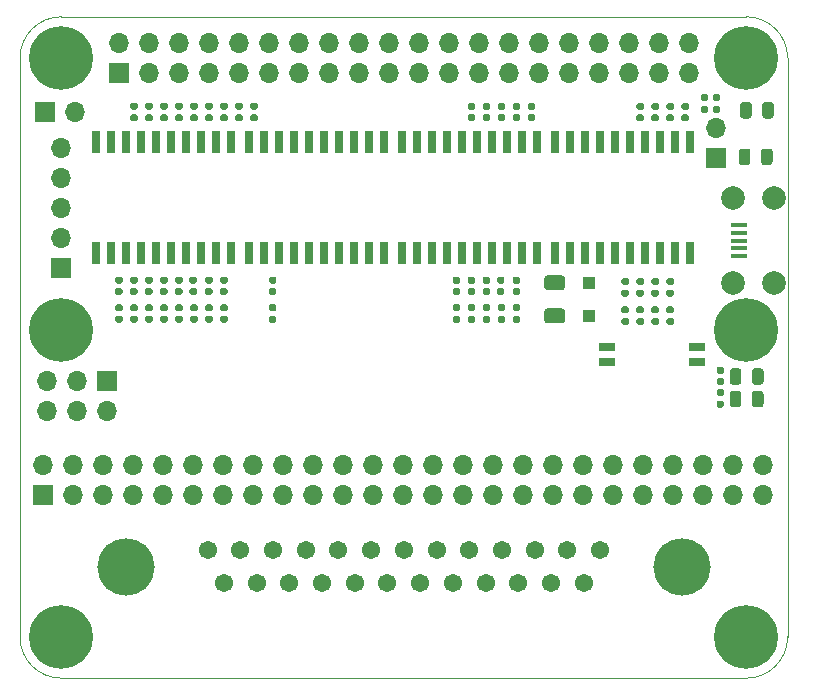
<source format=gbr>
%TF.GenerationSoftware,KiCad,Pcbnew,(5.1.7-0-10_14)*%
%TF.CreationDate,2021-03-07T20:48:25-06:00*%
%TF.ProjectId,rascsi_2p3a,72617363-7369-45f3-9270-33612e6b6963,rev?*%
%TF.SameCoordinates,PX59d60c0PY325aa00*%
%TF.FileFunction,Soldermask,Top*%
%TF.FilePolarity,Negative*%
%FSLAX46Y46*%
G04 Gerber Fmt 4.6, Leading zero omitted, Abs format (unit mm)*
G04 Created by KiCad (PCBNEW (5.1.7-0-10_14)) date 2021-03-07 20:48:25*
%MOMM*%
%LPD*%
G01*
G04 APERTURE LIST*
%TA.AperFunction,Profile*%
%ADD10C,0.050000*%
%TD*%
%ADD11R,0.650000X1.950000*%
%ADD12C,2.000000*%
%ADD13R,1.400000X0.400000*%
%ADD14C,4.845000*%
%ADD15C,1.545000*%
%ADD16R,1.100000X1.100000*%
%ADD17O,1.700000X1.700000*%
%ADD18R,1.700000X1.700000*%
%ADD19C,0.800000*%
%ADD20C,5.400000*%
%ADD21R,1.425000X0.750000*%
G04 APERTURE END LIST*
D10*
X83800000Y-45696000D02*
X141800000Y-45696000D01*
X83800000Y-45696000D02*
G75*
G02*
X80300000Y-42196000I0J3500000D01*
G01*
X145300000Y-42196000D02*
G75*
G02*
X141800000Y-45696000I-3500000J0D01*
G01*
X80300000Y6800000D02*
X80300000Y-42196000D01*
X145300000Y6800000D02*
X145300000Y-42196000D01*
X83800000Y10300000D02*
X141800000Y10300000D01*
X80300000Y6800000D02*
G75*
G02*
X83800000Y10300000I3500000J0D01*
G01*
X141800000Y10300000D02*
G75*
G02*
X145300000Y6800000I0J-3500000D01*
G01*
D11*
%TO.C,IC3*%
X124113000Y-9710000D03*
X122843000Y-9710000D03*
X121573000Y-9710000D03*
X120303000Y-9710000D03*
X119033000Y-9710000D03*
X117763000Y-9710000D03*
X116493000Y-9710000D03*
X115223000Y-9710000D03*
X113953000Y-9710000D03*
X112683000Y-9710000D03*
X112683000Y-260000D03*
X113953000Y-260000D03*
X115223000Y-260000D03*
X116493000Y-260000D03*
X117763000Y-260000D03*
X119033000Y-260000D03*
X120303000Y-260000D03*
X121573000Y-260000D03*
X122843000Y-260000D03*
X124113000Y-260000D03*
%TD*%
D12*
%TO.C,J8*%
X140705000Y-12235000D03*
X140705000Y-5085000D03*
X144155000Y-5085000D03*
X144155000Y-12235000D03*
D13*
X141205000Y-7360000D03*
X141205000Y-8010000D03*
X141205000Y-8660000D03*
X141205000Y-9310000D03*
X141205000Y-9960000D03*
%TD*%
D14*
%TO.C,J6*%
X89281600Y-36250000D03*
X136321600Y-36250000D03*
D15*
X97566600Y-37670000D03*
X100336600Y-37670000D03*
X103106600Y-37670000D03*
X105876600Y-37670000D03*
X108646600Y-37670000D03*
X111416600Y-37670000D03*
X114186600Y-37670000D03*
X116956600Y-37670000D03*
X119726600Y-37670000D03*
X122496600Y-37670000D03*
X125266600Y-37670000D03*
X128036600Y-37670000D03*
X96181600Y-34830000D03*
X98951600Y-34830000D03*
X101721600Y-34830000D03*
X104491600Y-34830000D03*
X107261600Y-34830000D03*
X110031600Y-34830000D03*
X112801600Y-34830000D03*
X115571600Y-34830000D03*
X118341600Y-34830000D03*
X121111600Y-34830000D03*
X123881600Y-34830000D03*
X126651600Y-34830000D03*
X129421600Y-34830000D03*
%TD*%
D11*
%TO.C,IC4*%
X137067000Y-9710000D03*
X135797000Y-9710000D03*
X134527000Y-9710000D03*
X133257000Y-9710000D03*
X131987000Y-9710000D03*
X130717000Y-9710000D03*
X129447000Y-9710000D03*
X128177000Y-9710000D03*
X126907000Y-9710000D03*
X125637000Y-9710000D03*
X125637000Y-260000D03*
X126907000Y-260000D03*
X128177000Y-260000D03*
X129447000Y-260000D03*
X130717000Y-260000D03*
X131987000Y-260000D03*
X133257000Y-260000D03*
X134527000Y-260000D03*
X135797000Y-260000D03*
X137067000Y-260000D03*
%TD*%
%TO.C,IC2*%
X86775000Y-260000D03*
X88045000Y-260000D03*
X89315000Y-260000D03*
X90585000Y-260000D03*
X91855000Y-260000D03*
X93125000Y-260000D03*
X94395000Y-260000D03*
X95665000Y-260000D03*
X96935000Y-260000D03*
X98205000Y-260000D03*
X98205000Y-9710000D03*
X96935000Y-9710000D03*
X95665000Y-9710000D03*
X94395000Y-9710000D03*
X93125000Y-9710000D03*
X91855000Y-9710000D03*
X90585000Y-9710000D03*
X89315000Y-9710000D03*
X88045000Y-9710000D03*
X86775000Y-9710000D03*
%TD*%
%TO.C,IC1*%
X99729000Y-260000D03*
X100999000Y-260000D03*
X102269000Y-260000D03*
X103539000Y-260000D03*
X104809000Y-260000D03*
X106079000Y-260000D03*
X107349000Y-260000D03*
X108619000Y-260000D03*
X109889000Y-260000D03*
X111159000Y-260000D03*
X111159000Y-9710000D03*
X109889000Y-9710000D03*
X108619000Y-9710000D03*
X107349000Y-9710000D03*
X106079000Y-9710000D03*
X104809000Y-9710000D03*
X103539000Y-9710000D03*
X102269000Y-9710000D03*
X100999000Y-9710000D03*
X99729000Y-9710000D03*
%TD*%
D16*
%TO.C,D5*%
X128494500Y-15020000D03*
X128494500Y-12220000D03*
%TD*%
D17*
%TO.C,J2*%
X139226000Y857000D03*
D18*
X139226000Y-1683000D03*
%TD*%
D17*
%TO.C,J7*%
X84920000Y2280000D03*
D18*
X82380000Y2280000D03*
%TD*%
D17*
%TO.C,J5*%
X82560000Y-23110000D03*
X82560000Y-20570000D03*
X85100000Y-23110000D03*
X85100000Y-20570000D03*
X87640000Y-23110000D03*
D18*
X87640000Y-20570000D03*
%TD*%
%TO.C,R4*%
G36*
G01*
X139434500Y-20288000D02*
X139779500Y-20288000D01*
G75*
G02*
X139927000Y-20435500I0J-147500D01*
G01*
X139927000Y-20730500D01*
G75*
G02*
X139779500Y-20878000I-147500J0D01*
G01*
X139434500Y-20878000D01*
G75*
G02*
X139287000Y-20730500I0J147500D01*
G01*
X139287000Y-20435500D01*
G75*
G02*
X139434500Y-20288000I147500J0D01*
G01*
G37*
G36*
G01*
X139434500Y-19318000D02*
X139779500Y-19318000D01*
G75*
G02*
X139927000Y-19465500I0J-147500D01*
G01*
X139927000Y-19760500D01*
G75*
G02*
X139779500Y-19908000I-147500J0D01*
G01*
X139434500Y-19908000D01*
G75*
G02*
X139287000Y-19760500I0J147500D01*
G01*
X139287000Y-19465500D01*
G75*
G02*
X139434500Y-19318000I147500J0D01*
G01*
G37*
%TD*%
%TO.C,R2*%
G36*
G01*
X138948500Y3288000D02*
X138948500Y3633000D01*
G75*
G02*
X139096000Y3780500I147500J0D01*
G01*
X139391000Y3780500D01*
G75*
G02*
X139538500Y3633000I0J-147500D01*
G01*
X139538500Y3288000D01*
G75*
G02*
X139391000Y3140500I-147500J0D01*
G01*
X139096000Y3140500D01*
G75*
G02*
X138948500Y3288000I0J147500D01*
G01*
G37*
G36*
G01*
X137978500Y3288000D02*
X137978500Y3633000D01*
G75*
G02*
X138126000Y3780500I147500J0D01*
G01*
X138421000Y3780500D01*
G75*
G02*
X138568500Y3633000I0J-147500D01*
G01*
X138568500Y3288000D01*
G75*
G02*
X138421000Y3140500I-147500J0D01*
G01*
X138126000Y3140500D01*
G75*
G02*
X137978500Y3288000I0J147500D01*
G01*
G37*
%TD*%
%TO.C,R1*%
G36*
G01*
X138948500Y2272000D02*
X138948500Y2617000D01*
G75*
G02*
X139096000Y2764500I147500J0D01*
G01*
X139391000Y2764500D01*
G75*
G02*
X139538500Y2617000I0J-147500D01*
G01*
X139538500Y2272000D01*
G75*
G02*
X139391000Y2124500I-147500J0D01*
G01*
X139096000Y2124500D01*
G75*
G02*
X138948500Y2272000I0J147500D01*
G01*
G37*
G36*
G01*
X137978500Y2272000D02*
X137978500Y2617000D01*
G75*
G02*
X138126000Y2764500I147500J0D01*
G01*
X138421000Y2764500D01*
G75*
G02*
X138568500Y2617000I0J-147500D01*
G01*
X138568500Y2272000D01*
G75*
G02*
X138421000Y2124500I-147500J0D01*
G01*
X138126000Y2124500D01*
G75*
G02*
X137978500Y2272000I0J147500D01*
G01*
G37*
%TD*%
D17*
%TO.C,J3*%
X143226500Y-27654500D03*
X143226500Y-30194500D03*
X140686500Y-27654500D03*
X140686500Y-30194500D03*
X138146500Y-27654500D03*
X138146500Y-30194500D03*
X135606500Y-27654500D03*
X135606500Y-30194500D03*
X133066500Y-27654500D03*
X133066500Y-30194500D03*
X130526500Y-27654500D03*
X130526500Y-30194500D03*
X127986500Y-27654500D03*
X127986500Y-30194500D03*
X125446500Y-27654500D03*
X125446500Y-30194500D03*
X122906500Y-27654500D03*
X122906500Y-30194500D03*
X120366500Y-27654500D03*
X120366500Y-30194500D03*
X117826500Y-27654500D03*
X117826500Y-30194500D03*
X115286500Y-27654500D03*
X115286500Y-30194500D03*
X112746500Y-27654500D03*
X112746500Y-30194500D03*
X110206500Y-27654500D03*
X110206500Y-30194500D03*
X107666500Y-27654500D03*
X107666500Y-30194500D03*
X105126500Y-27654500D03*
X105126500Y-30194500D03*
X102586500Y-27654500D03*
X102586500Y-30194500D03*
X100046500Y-27654500D03*
X100046500Y-30194500D03*
X97506500Y-27654500D03*
X97506500Y-30194500D03*
X94966500Y-27654500D03*
X94966500Y-30194500D03*
X92426500Y-27654500D03*
X92426500Y-30194500D03*
X89886500Y-27654500D03*
X89886500Y-30194500D03*
X87346500Y-27654500D03*
X87346500Y-30194500D03*
X84806500Y-27654500D03*
X84806500Y-30194500D03*
X82266500Y-27654500D03*
D18*
X82266500Y-30194500D03*
%TD*%
%TO.C,R58*%
G36*
G01*
X101870000Y-14637500D02*
X101525000Y-14637500D01*
G75*
G02*
X101377500Y-14490000I0J147500D01*
G01*
X101377500Y-14195000D01*
G75*
G02*
X101525000Y-14047500I147500J0D01*
G01*
X101870000Y-14047500D01*
G75*
G02*
X102017500Y-14195000I0J-147500D01*
G01*
X102017500Y-14490000D01*
G75*
G02*
X101870000Y-14637500I-147500J0D01*
G01*
G37*
G36*
G01*
X101870000Y-15607500D02*
X101525000Y-15607500D01*
G75*
G02*
X101377500Y-15460000I0J147500D01*
G01*
X101377500Y-15165000D01*
G75*
G02*
X101525000Y-15017500I147500J0D01*
G01*
X101870000Y-15017500D01*
G75*
G02*
X102017500Y-15165000I0J-147500D01*
G01*
X102017500Y-15460000D01*
G75*
G02*
X101870000Y-15607500I-147500J0D01*
G01*
G37*
%TD*%
%TO.C,R57*%
G36*
G01*
X97742500Y-14637500D02*
X97397500Y-14637500D01*
G75*
G02*
X97250000Y-14490000I0J147500D01*
G01*
X97250000Y-14195000D01*
G75*
G02*
X97397500Y-14047500I147500J0D01*
G01*
X97742500Y-14047500D01*
G75*
G02*
X97890000Y-14195000I0J-147500D01*
G01*
X97890000Y-14490000D01*
G75*
G02*
X97742500Y-14637500I-147500J0D01*
G01*
G37*
G36*
G01*
X97742500Y-15607500D02*
X97397500Y-15607500D01*
G75*
G02*
X97250000Y-15460000I0J147500D01*
G01*
X97250000Y-15165000D01*
G75*
G02*
X97397500Y-15017500I147500J0D01*
G01*
X97742500Y-15017500D01*
G75*
G02*
X97890000Y-15165000I0J-147500D01*
G01*
X97890000Y-15460000D01*
G75*
G02*
X97742500Y-15607500I-147500J0D01*
G01*
G37*
%TD*%
%TO.C,R56*%
G36*
G01*
X96472500Y-14637500D02*
X96127500Y-14637500D01*
G75*
G02*
X95980000Y-14490000I0J147500D01*
G01*
X95980000Y-14195000D01*
G75*
G02*
X96127500Y-14047500I147500J0D01*
G01*
X96472500Y-14047500D01*
G75*
G02*
X96620000Y-14195000I0J-147500D01*
G01*
X96620000Y-14490000D01*
G75*
G02*
X96472500Y-14637500I-147500J0D01*
G01*
G37*
G36*
G01*
X96472500Y-15607500D02*
X96127500Y-15607500D01*
G75*
G02*
X95980000Y-15460000I0J147500D01*
G01*
X95980000Y-15165000D01*
G75*
G02*
X96127500Y-15017500I147500J0D01*
G01*
X96472500Y-15017500D01*
G75*
G02*
X96620000Y-15165000I0J-147500D01*
G01*
X96620000Y-15460000D01*
G75*
G02*
X96472500Y-15607500I-147500J0D01*
G01*
G37*
%TD*%
%TO.C,R55*%
G36*
G01*
X95202500Y-14637500D02*
X94857500Y-14637500D01*
G75*
G02*
X94710000Y-14490000I0J147500D01*
G01*
X94710000Y-14195000D01*
G75*
G02*
X94857500Y-14047500I147500J0D01*
G01*
X95202500Y-14047500D01*
G75*
G02*
X95350000Y-14195000I0J-147500D01*
G01*
X95350000Y-14490000D01*
G75*
G02*
X95202500Y-14637500I-147500J0D01*
G01*
G37*
G36*
G01*
X95202500Y-15607500D02*
X94857500Y-15607500D01*
G75*
G02*
X94710000Y-15460000I0J147500D01*
G01*
X94710000Y-15165000D01*
G75*
G02*
X94857500Y-15017500I147500J0D01*
G01*
X95202500Y-15017500D01*
G75*
G02*
X95350000Y-15165000I0J-147500D01*
G01*
X95350000Y-15460000D01*
G75*
G02*
X95202500Y-15607500I-147500J0D01*
G01*
G37*
%TD*%
%TO.C,R54*%
G36*
G01*
X93932500Y-14637500D02*
X93587500Y-14637500D01*
G75*
G02*
X93440000Y-14490000I0J147500D01*
G01*
X93440000Y-14195000D01*
G75*
G02*
X93587500Y-14047500I147500J0D01*
G01*
X93932500Y-14047500D01*
G75*
G02*
X94080000Y-14195000I0J-147500D01*
G01*
X94080000Y-14490000D01*
G75*
G02*
X93932500Y-14637500I-147500J0D01*
G01*
G37*
G36*
G01*
X93932500Y-15607500D02*
X93587500Y-15607500D01*
G75*
G02*
X93440000Y-15460000I0J147500D01*
G01*
X93440000Y-15165000D01*
G75*
G02*
X93587500Y-15017500I147500J0D01*
G01*
X93932500Y-15017500D01*
G75*
G02*
X94080000Y-15165000I0J-147500D01*
G01*
X94080000Y-15460000D01*
G75*
G02*
X93932500Y-15607500I-147500J0D01*
G01*
G37*
%TD*%
%TO.C,R53*%
G36*
G01*
X92662500Y-14637500D02*
X92317500Y-14637500D01*
G75*
G02*
X92170000Y-14490000I0J147500D01*
G01*
X92170000Y-14195000D01*
G75*
G02*
X92317500Y-14047500I147500J0D01*
G01*
X92662500Y-14047500D01*
G75*
G02*
X92810000Y-14195000I0J-147500D01*
G01*
X92810000Y-14490000D01*
G75*
G02*
X92662500Y-14637500I-147500J0D01*
G01*
G37*
G36*
G01*
X92662500Y-15607500D02*
X92317500Y-15607500D01*
G75*
G02*
X92170000Y-15460000I0J147500D01*
G01*
X92170000Y-15165000D01*
G75*
G02*
X92317500Y-15017500I147500J0D01*
G01*
X92662500Y-15017500D01*
G75*
G02*
X92810000Y-15165000I0J-147500D01*
G01*
X92810000Y-15460000D01*
G75*
G02*
X92662500Y-15607500I-147500J0D01*
G01*
G37*
%TD*%
%TO.C,R52*%
G36*
G01*
X91392500Y-14637500D02*
X91047500Y-14637500D01*
G75*
G02*
X90900000Y-14490000I0J147500D01*
G01*
X90900000Y-14195000D01*
G75*
G02*
X91047500Y-14047500I147500J0D01*
G01*
X91392500Y-14047500D01*
G75*
G02*
X91540000Y-14195000I0J-147500D01*
G01*
X91540000Y-14490000D01*
G75*
G02*
X91392500Y-14637500I-147500J0D01*
G01*
G37*
G36*
G01*
X91392500Y-15607500D02*
X91047500Y-15607500D01*
G75*
G02*
X90900000Y-15460000I0J147500D01*
G01*
X90900000Y-15165000D01*
G75*
G02*
X91047500Y-15017500I147500J0D01*
G01*
X91392500Y-15017500D01*
G75*
G02*
X91540000Y-15165000I0J-147500D01*
G01*
X91540000Y-15460000D01*
G75*
G02*
X91392500Y-15607500I-147500J0D01*
G01*
G37*
%TD*%
%TO.C,R51*%
G36*
G01*
X90122500Y-14637500D02*
X89777500Y-14637500D01*
G75*
G02*
X89630000Y-14490000I0J147500D01*
G01*
X89630000Y-14195000D01*
G75*
G02*
X89777500Y-14047500I147500J0D01*
G01*
X90122500Y-14047500D01*
G75*
G02*
X90270000Y-14195000I0J-147500D01*
G01*
X90270000Y-14490000D01*
G75*
G02*
X90122500Y-14637500I-147500J0D01*
G01*
G37*
G36*
G01*
X90122500Y-15607500D02*
X89777500Y-15607500D01*
G75*
G02*
X89630000Y-15460000I0J147500D01*
G01*
X89630000Y-15165000D01*
G75*
G02*
X89777500Y-15017500I147500J0D01*
G01*
X90122500Y-15017500D01*
G75*
G02*
X90270000Y-15165000I0J-147500D01*
G01*
X90270000Y-15460000D01*
G75*
G02*
X90122500Y-15607500I-147500J0D01*
G01*
G37*
%TD*%
%TO.C,R50*%
G36*
G01*
X88852500Y-14637500D02*
X88507500Y-14637500D01*
G75*
G02*
X88360000Y-14490000I0J147500D01*
G01*
X88360000Y-14195000D01*
G75*
G02*
X88507500Y-14047500I147500J0D01*
G01*
X88852500Y-14047500D01*
G75*
G02*
X89000000Y-14195000I0J-147500D01*
G01*
X89000000Y-14490000D01*
G75*
G02*
X88852500Y-14637500I-147500J0D01*
G01*
G37*
G36*
G01*
X88852500Y-15607500D02*
X88507500Y-15607500D01*
G75*
G02*
X88360000Y-15460000I0J147500D01*
G01*
X88360000Y-15165000D01*
G75*
G02*
X88507500Y-15017500I147500J0D01*
G01*
X88852500Y-15017500D01*
G75*
G02*
X89000000Y-15165000I0J-147500D01*
G01*
X89000000Y-15460000D01*
G75*
G02*
X88852500Y-15607500I-147500J0D01*
G01*
G37*
%TD*%
%TO.C,R49*%
G36*
G01*
X122507500Y-14637500D02*
X122162500Y-14637500D01*
G75*
G02*
X122015000Y-14490000I0J147500D01*
G01*
X122015000Y-14195000D01*
G75*
G02*
X122162500Y-14047500I147500J0D01*
G01*
X122507500Y-14047500D01*
G75*
G02*
X122655000Y-14195000I0J-147500D01*
G01*
X122655000Y-14490000D01*
G75*
G02*
X122507500Y-14637500I-147500J0D01*
G01*
G37*
G36*
G01*
X122507500Y-15607500D02*
X122162500Y-15607500D01*
G75*
G02*
X122015000Y-15460000I0J147500D01*
G01*
X122015000Y-15165000D01*
G75*
G02*
X122162500Y-15017500I147500J0D01*
G01*
X122507500Y-15017500D01*
G75*
G02*
X122655000Y-15165000I0J-147500D01*
G01*
X122655000Y-15460000D01*
G75*
G02*
X122507500Y-15607500I-147500J0D01*
G01*
G37*
%TD*%
%TO.C,R48*%
G36*
G01*
X121237500Y-14637500D02*
X120892500Y-14637500D01*
G75*
G02*
X120745000Y-14490000I0J147500D01*
G01*
X120745000Y-14195000D01*
G75*
G02*
X120892500Y-14047500I147500J0D01*
G01*
X121237500Y-14047500D01*
G75*
G02*
X121385000Y-14195000I0J-147500D01*
G01*
X121385000Y-14490000D01*
G75*
G02*
X121237500Y-14637500I-147500J0D01*
G01*
G37*
G36*
G01*
X121237500Y-15607500D02*
X120892500Y-15607500D01*
G75*
G02*
X120745000Y-15460000I0J147500D01*
G01*
X120745000Y-15165000D01*
G75*
G02*
X120892500Y-15017500I147500J0D01*
G01*
X121237500Y-15017500D01*
G75*
G02*
X121385000Y-15165000I0J-147500D01*
G01*
X121385000Y-15460000D01*
G75*
G02*
X121237500Y-15607500I-147500J0D01*
G01*
G37*
%TD*%
%TO.C,R47*%
G36*
G01*
X119967500Y-14637500D02*
X119622500Y-14637500D01*
G75*
G02*
X119475000Y-14490000I0J147500D01*
G01*
X119475000Y-14195000D01*
G75*
G02*
X119622500Y-14047500I147500J0D01*
G01*
X119967500Y-14047500D01*
G75*
G02*
X120115000Y-14195000I0J-147500D01*
G01*
X120115000Y-14490000D01*
G75*
G02*
X119967500Y-14637500I-147500J0D01*
G01*
G37*
G36*
G01*
X119967500Y-15607500D02*
X119622500Y-15607500D01*
G75*
G02*
X119475000Y-15460000I0J147500D01*
G01*
X119475000Y-15165000D01*
G75*
G02*
X119622500Y-15017500I147500J0D01*
G01*
X119967500Y-15017500D01*
G75*
G02*
X120115000Y-15165000I0J-147500D01*
G01*
X120115000Y-15460000D01*
G75*
G02*
X119967500Y-15607500I-147500J0D01*
G01*
G37*
%TD*%
%TO.C,R46*%
G36*
G01*
X118697500Y-14637500D02*
X118352500Y-14637500D01*
G75*
G02*
X118205000Y-14490000I0J147500D01*
G01*
X118205000Y-14195000D01*
G75*
G02*
X118352500Y-14047500I147500J0D01*
G01*
X118697500Y-14047500D01*
G75*
G02*
X118845000Y-14195000I0J-147500D01*
G01*
X118845000Y-14490000D01*
G75*
G02*
X118697500Y-14637500I-147500J0D01*
G01*
G37*
G36*
G01*
X118697500Y-15607500D02*
X118352500Y-15607500D01*
G75*
G02*
X118205000Y-15460000I0J147500D01*
G01*
X118205000Y-15165000D01*
G75*
G02*
X118352500Y-15017500I147500J0D01*
G01*
X118697500Y-15017500D01*
G75*
G02*
X118845000Y-15165000I0J-147500D01*
G01*
X118845000Y-15460000D01*
G75*
G02*
X118697500Y-15607500I-147500J0D01*
G01*
G37*
%TD*%
%TO.C,R45*%
G36*
G01*
X117427500Y-14637500D02*
X117082500Y-14637500D01*
G75*
G02*
X116935000Y-14490000I0J147500D01*
G01*
X116935000Y-14195000D01*
G75*
G02*
X117082500Y-14047500I147500J0D01*
G01*
X117427500Y-14047500D01*
G75*
G02*
X117575000Y-14195000I0J-147500D01*
G01*
X117575000Y-14490000D01*
G75*
G02*
X117427500Y-14637500I-147500J0D01*
G01*
G37*
G36*
G01*
X117427500Y-15607500D02*
X117082500Y-15607500D01*
G75*
G02*
X116935000Y-15460000I0J147500D01*
G01*
X116935000Y-15165000D01*
G75*
G02*
X117082500Y-15017500I147500J0D01*
G01*
X117427500Y-15017500D01*
G75*
G02*
X117575000Y-15165000I0J-147500D01*
G01*
X117575000Y-15460000D01*
G75*
G02*
X117427500Y-15607500I-147500J0D01*
G01*
G37*
%TD*%
%TO.C,R44*%
G36*
G01*
X135525000Y-14812501D02*
X135180000Y-14812501D01*
G75*
G02*
X135032500Y-14665001I0J147500D01*
G01*
X135032500Y-14370001D01*
G75*
G02*
X135180000Y-14222501I147500J0D01*
G01*
X135525000Y-14222501D01*
G75*
G02*
X135672500Y-14370001I0J-147500D01*
G01*
X135672500Y-14665001D01*
G75*
G02*
X135525000Y-14812501I-147500J0D01*
G01*
G37*
G36*
G01*
X135525000Y-15782501D02*
X135180000Y-15782501D01*
G75*
G02*
X135032500Y-15635001I0J147500D01*
G01*
X135032500Y-15340001D01*
G75*
G02*
X135180000Y-15192501I147500J0D01*
G01*
X135525000Y-15192501D01*
G75*
G02*
X135672500Y-15340001I0J-147500D01*
G01*
X135672500Y-15635001D01*
G75*
G02*
X135525000Y-15782501I-147500J0D01*
G01*
G37*
%TD*%
%TO.C,R43*%
G36*
G01*
X134255000Y-14812501D02*
X133910000Y-14812501D01*
G75*
G02*
X133762500Y-14665001I0J147500D01*
G01*
X133762500Y-14370001D01*
G75*
G02*
X133910000Y-14222501I147500J0D01*
G01*
X134255000Y-14222501D01*
G75*
G02*
X134402500Y-14370001I0J-147500D01*
G01*
X134402500Y-14665001D01*
G75*
G02*
X134255000Y-14812501I-147500J0D01*
G01*
G37*
G36*
G01*
X134255000Y-15782501D02*
X133910000Y-15782501D01*
G75*
G02*
X133762500Y-15635001I0J147500D01*
G01*
X133762500Y-15340001D01*
G75*
G02*
X133910000Y-15192501I147500J0D01*
G01*
X134255000Y-15192501D01*
G75*
G02*
X134402500Y-15340001I0J-147500D01*
G01*
X134402500Y-15635001D01*
G75*
G02*
X134255000Y-15782501I-147500J0D01*
G01*
G37*
%TD*%
%TO.C,R42*%
G36*
G01*
X132985000Y-14812501D02*
X132640000Y-14812501D01*
G75*
G02*
X132492500Y-14665001I0J147500D01*
G01*
X132492500Y-14370001D01*
G75*
G02*
X132640000Y-14222501I147500J0D01*
G01*
X132985000Y-14222501D01*
G75*
G02*
X133132500Y-14370001I0J-147500D01*
G01*
X133132500Y-14665001D01*
G75*
G02*
X132985000Y-14812501I-147500J0D01*
G01*
G37*
G36*
G01*
X132985000Y-15782501D02*
X132640000Y-15782501D01*
G75*
G02*
X132492500Y-15635001I0J147500D01*
G01*
X132492500Y-15340001D01*
G75*
G02*
X132640000Y-15192501I147500J0D01*
G01*
X132985000Y-15192501D01*
G75*
G02*
X133132500Y-15340001I0J-147500D01*
G01*
X133132500Y-15635001D01*
G75*
G02*
X132985000Y-15782501I-147500J0D01*
G01*
G37*
%TD*%
%TO.C,R41*%
G36*
G01*
X131715000Y-14812501D02*
X131370000Y-14812501D01*
G75*
G02*
X131222500Y-14665001I0J147500D01*
G01*
X131222500Y-14370001D01*
G75*
G02*
X131370000Y-14222501I147500J0D01*
G01*
X131715000Y-14222501D01*
G75*
G02*
X131862500Y-14370001I0J-147500D01*
G01*
X131862500Y-14665001D01*
G75*
G02*
X131715000Y-14812501I-147500J0D01*
G01*
G37*
G36*
G01*
X131715000Y-15782501D02*
X131370000Y-15782501D01*
G75*
G02*
X131222500Y-15635001I0J147500D01*
G01*
X131222500Y-15340001D01*
G75*
G02*
X131370000Y-15192501I147500J0D01*
G01*
X131715000Y-15192501D01*
G75*
G02*
X131862500Y-15340001I0J-147500D01*
G01*
X131862500Y-15635001D01*
G75*
G02*
X131715000Y-15782501I-147500J0D01*
G01*
G37*
%TD*%
%TO.C,R40*%
G36*
G01*
X101525000Y-12668000D02*
X101870000Y-12668000D01*
G75*
G02*
X102017500Y-12815500I0J-147500D01*
G01*
X102017500Y-13110500D01*
G75*
G02*
X101870000Y-13258000I-147500J0D01*
G01*
X101525000Y-13258000D01*
G75*
G02*
X101377500Y-13110500I0J147500D01*
G01*
X101377500Y-12815500D01*
G75*
G02*
X101525000Y-12668000I147500J0D01*
G01*
G37*
G36*
G01*
X101525000Y-11698000D02*
X101870000Y-11698000D01*
G75*
G02*
X102017500Y-11845500I0J-147500D01*
G01*
X102017500Y-12140500D01*
G75*
G02*
X101870000Y-12288000I-147500J0D01*
G01*
X101525000Y-12288000D01*
G75*
G02*
X101377500Y-12140500I0J147500D01*
G01*
X101377500Y-11845500D01*
G75*
G02*
X101525000Y-11698000I147500J0D01*
G01*
G37*
%TD*%
%TO.C,R39*%
G36*
G01*
X97397500Y-12668000D02*
X97742500Y-12668000D01*
G75*
G02*
X97890000Y-12815500I0J-147500D01*
G01*
X97890000Y-13110500D01*
G75*
G02*
X97742500Y-13258000I-147500J0D01*
G01*
X97397500Y-13258000D01*
G75*
G02*
X97250000Y-13110500I0J147500D01*
G01*
X97250000Y-12815500D01*
G75*
G02*
X97397500Y-12668000I147500J0D01*
G01*
G37*
G36*
G01*
X97397500Y-11698000D02*
X97742500Y-11698000D01*
G75*
G02*
X97890000Y-11845500I0J-147500D01*
G01*
X97890000Y-12140500D01*
G75*
G02*
X97742500Y-12288000I-147500J0D01*
G01*
X97397500Y-12288000D01*
G75*
G02*
X97250000Y-12140500I0J147500D01*
G01*
X97250000Y-11845500D01*
G75*
G02*
X97397500Y-11698000I147500J0D01*
G01*
G37*
%TD*%
%TO.C,R38*%
G36*
G01*
X96127500Y-12668000D02*
X96472500Y-12668000D01*
G75*
G02*
X96620000Y-12815500I0J-147500D01*
G01*
X96620000Y-13110500D01*
G75*
G02*
X96472500Y-13258000I-147500J0D01*
G01*
X96127500Y-13258000D01*
G75*
G02*
X95980000Y-13110500I0J147500D01*
G01*
X95980000Y-12815500D01*
G75*
G02*
X96127500Y-12668000I147500J0D01*
G01*
G37*
G36*
G01*
X96127500Y-11698000D02*
X96472500Y-11698000D01*
G75*
G02*
X96620000Y-11845500I0J-147500D01*
G01*
X96620000Y-12140500D01*
G75*
G02*
X96472500Y-12288000I-147500J0D01*
G01*
X96127500Y-12288000D01*
G75*
G02*
X95980000Y-12140500I0J147500D01*
G01*
X95980000Y-11845500D01*
G75*
G02*
X96127500Y-11698000I147500J0D01*
G01*
G37*
%TD*%
%TO.C,R37*%
G36*
G01*
X94794000Y-12668000D02*
X95139000Y-12668000D01*
G75*
G02*
X95286500Y-12815500I0J-147500D01*
G01*
X95286500Y-13110500D01*
G75*
G02*
X95139000Y-13258000I-147500J0D01*
G01*
X94794000Y-13258000D01*
G75*
G02*
X94646500Y-13110500I0J147500D01*
G01*
X94646500Y-12815500D01*
G75*
G02*
X94794000Y-12668000I147500J0D01*
G01*
G37*
G36*
G01*
X94794000Y-11698000D02*
X95139000Y-11698000D01*
G75*
G02*
X95286500Y-11845500I0J-147500D01*
G01*
X95286500Y-12140500D01*
G75*
G02*
X95139000Y-12288000I-147500J0D01*
G01*
X94794000Y-12288000D01*
G75*
G02*
X94646500Y-12140500I0J147500D01*
G01*
X94646500Y-11845500D01*
G75*
G02*
X94794000Y-11698000I147500J0D01*
G01*
G37*
%TD*%
%TO.C,R36*%
G36*
G01*
X93587500Y-12668000D02*
X93932500Y-12668000D01*
G75*
G02*
X94080000Y-12815500I0J-147500D01*
G01*
X94080000Y-13110500D01*
G75*
G02*
X93932500Y-13258000I-147500J0D01*
G01*
X93587500Y-13258000D01*
G75*
G02*
X93440000Y-13110500I0J147500D01*
G01*
X93440000Y-12815500D01*
G75*
G02*
X93587500Y-12668000I147500J0D01*
G01*
G37*
G36*
G01*
X93587500Y-11698000D02*
X93932500Y-11698000D01*
G75*
G02*
X94080000Y-11845500I0J-147500D01*
G01*
X94080000Y-12140500D01*
G75*
G02*
X93932500Y-12288000I-147500J0D01*
G01*
X93587500Y-12288000D01*
G75*
G02*
X93440000Y-12140500I0J147500D01*
G01*
X93440000Y-11845500D01*
G75*
G02*
X93587500Y-11698000I147500J0D01*
G01*
G37*
%TD*%
%TO.C,R35*%
G36*
G01*
X92317500Y-12668000D02*
X92662500Y-12668000D01*
G75*
G02*
X92810000Y-12815500I0J-147500D01*
G01*
X92810000Y-13110500D01*
G75*
G02*
X92662500Y-13258000I-147500J0D01*
G01*
X92317500Y-13258000D01*
G75*
G02*
X92170000Y-13110500I0J147500D01*
G01*
X92170000Y-12815500D01*
G75*
G02*
X92317500Y-12668000I147500J0D01*
G01*
G37*
G36*
G01*
X92317500Y-11698000D02*
X92662500Y-11698000D01*
G75*
G02*
X92810000Y-11845500I0J-147500D01*
G01*
X92810000Y-12140500D01*
G75*
G02*
X92662500Y-12288000I-147500J0D01*
G01*
X92317500Y-12288000D01*
G75*
G02*
X92170000Y-12140500I0J147500D01*
G01*
X92170000Y-11845500D01*
G75*
G02*
X92317500Y-11698000I147500J0D01*
G01*
G37*
%TD*%
%TO.C,R34*%
G36*
G01*
X91047500Y-12668000D02*
X91392500Y-12668000D01*
G75*
G02*
X91540000Y-12815500I0J-147500D01*
G01*
X91540000Y-13110500D01*
G75*
G02*
X91392500Y-13258000I-147500J0D01*
G01*
X91047500Y-13258000D01*
G75*
G02*
X90900000Y-13110500I0J147500D01*
G01*
X90900000Y-12815500D01*
G75*
G02*
X91047500Y-12668000I147500J0D01*
G01*
G37*
G36*
G01*
X91047500Y-11698000D02*
X91392500Y-11698000D01*
G75*
G02*
X91540000Y-11845500I0J-147500D01*
G01*
X91540000Y-12140500D01*
G75*
G02*
X91392500Y-12288000I-147500J0D01*
G01*
X91047500Y-12288000D01*
G75*
G02*
X90900000Y-12140500I0J147500D01*
G01*
X90900000Y-11845500D01*
G75*
G02*
X91047500Y-11698000I147500J0D01*
G01*
G37*
%TD*%
%TO.C,R33*%
G36*
G01*
X89777500Y-12668000D02*
X90122500Y-12668000D01*
G75*
G02*
X90270000Y-12815500I0J-147500D01*
G01*
X90270000Y-13110500D01*
G75*
G02*
X90122500Y-13258000I-147500J0D01*
G01*
X89777500Y-13258000D01*
G75*
G02*
X89630000Y-13110500I0J147500D01*
G01*
X89630000Y-12815500D01*
G75*
G02*
X89777500Y-12668000I147500J0D01*
G01*
G37*
G36*
G01*
X89777500Y-11698000D02*
X90122500Y-11698000D01*
G75*
G02*
X90270000Y-11845500I0J-147500D01*
G01*
X90270000Y-12140500D01*
G75*
G02*
X90122500Y-12288000I-147500J0D01*
G01*
X89777500Y-12288000D01*
G75*
G02*
X89630000Y-12140500I0J147500D01*
G01*
X89630000Y-11845500D01*
G75*
G02*
X89777500Y-11698000I147500J0D01*
G01*
G37*
%TD*%
%TO.C,R32*%
G36*
G01*
X88507500Y-12668000D02*
X88852500Y-12668000D01*
G75*
G02*
X89000000Y-12815500I0J-147500D01*
G01*
X89000000Y-13110500D01*
G75*
G02*
X88852500Y-13258000I-147500J0D01*
G01*
X88507500Y-13258000D01*
G75*
G02*
X88360000Y-13110500I0J147500D01*
G01*
X88360000Y-12815500D01*
G75*
G02*
X88507500Y-12668000I147500J0D01*
G01*
G37*
G36*
G01*
X88507500Y-11698000D02*
X88852500Y-11698000D01*
G75*
G02*
X89000000Y-11845500I0J-147500D01*
G01*
X89000000Y-12140500D01*
G75*
G02*
X88852500Y-12288000I-147500J0D01*
G01*
X88507500Y-12288000D01*
G75*
G02*
X88360000Y-12140500I0J147500D01*
G01*
X88360000Y-11845500D01*
G75*
G02*
X88507500Y-11698000I147500J0D01*
G01*
G37*
%TD*%
%TO.C,R30*%
G36*
G01*
X120829000Y-12668000D02*
X121174000Y-12668000D01*
G75*
G02*
X121321500Y-12815500I0J-147500D01*
G01*
X121321500Y-13110500D01*
G75*
G02*
X121174000Y-13258000I-147500J0D01*
G01*
X120829000Y-13258000D01*
G75*
G02*
X120681500Y-13110500I0J147500D01*
G01*
X120681500Y-12815500D01*
G75*
G02*
X120829000Y-12668000I147500J0D01*
G01*
G37*
G36*
G01*
X120829000Y-11698000D02*
X121174000Y-11698000D01*
G75*
G02*
X121321500Y-11845500I0J-147500D01*
G01*
X121321500Y-12140500D01*
G75*
G02*
X121174000Y-12288000I-147500J0D01*
G01*
X120829000Y-12288000D01*
G75*
G02*
X120681500Y-12140500I0J147500D01*
G01*
X120681500Y-11845500D01*
G75*
G02*
X120829000Y-11698000I147500J0D01*
G01*
G37*
%TD*%
%TO.C,R29*%
G36*
G01*
X119622500Y-12668000D02*
X119967500Y-12668000D01*
G75*
G02*
X120115000Y-12815500I0J-147500D01*
G01*
X120115000Y-13110500D01*
G75*
G02*
X119967500Y-13258000I-147500J0D01*
G01*
X119622500Y-13258000D01*
G75*
G02*
X119475000Y-13110500I0J147500D01*
G01*
X119475000Y-12815500D01*
G75*
G02*
X119622500Y-12668000I147500J0D01*
G01*
G37*
G36*
G01*
X119622500Y-11698000D02*
X119967500Y-11698000D01*
G75*
G02*
X120115000Y-11845500I0J-147500D01*
G01*
X120115000Y-12140500D01*
G75*
G02*
X119967500Y-12288000I-147500J0D01*
G01*
X119622500Y-12288000D01*
G75*
G02*
X119475000Y-12140500I0J147500D01*
G01*
X119475000Y-11845500D01*
G75*
G02*
X119622500Y-11698000I147500J0D01*
G01*
G37*
%TD*%
%TO.C,R28*%
G36*
G01*
X118352500Y-12668000D02*
X118697500Y-12668000D01*
G75*
G02*
X118845000Y-12815500I0J-147500D01*
G01*
X118845000Y-13110500D01*
G75*
G02*
X118697500Y-13258000I-147500J0D01*
G01*
X118352500Y-13258000D01*
G75*
G02*
X118205000Y-13110500I0J147500D01*
G01*
X118205000Y-12815500D01*
G75*
G02*
X118352500Y-12668000I147500J0D01*
G01*
G37*
G36*
G01*
X118352500Y-11698000D02*
X118697500Y-11698000D01*
G75*
G02*
X118845000Y-11845500I0J-147500D01*
G01*
X118845000Y-12140500D01*
G75*
G02*
X118697500Y-12288000I-147500J0D01*
G01*
X118352500Y-12288000D01*
G75*
G02*
X118205000Y-12140500I0J147500D01*
G01*
X118205000Y-11845500D01*
G75*
G02*
X118352500Y-11698000I147500J0D01*
G01*
G37*
%TD*%
%TO.C,R27*%
G36*
G01*
X117082500Y-12668000D02*
X117427500Y-12668000D01*
G75*
G02*
X117575000Y-12815500I0J-147500D01*
G01*
X117575000Y-13110500D01*
G75*
G02*
X117427500Y-13258000I-147500J0D01*
G01*
X117082500Y-13258000D01*
G75*
G02*
X116935000Y-13110500I0J147500D01*
G01*
X116935000Y-12815500D01*
G75*
G02*
X117082500Y-12668000I147500J0D01*
G01*
G37*
G36*
G01*
X117082500Y-11698000D02*
X117427500Y-11698000D01*
G75*
G02*
X117575000Y-11845500I0J-147500D01*
G01*
X117575000Y-12140500D01*
G75*
G02*
X117427500Y-12288000I-147500J0D01*
G01*
X117082500Y-12288000D01*
G75*
G02*
X116935000Y-12140500I0J147500D01*
G01*
X116935000Y-11845500D01*
G75*
G02*
X117082500Y-11698000I147500J0D01*
G01*
G37*
%TD*%
%TO.C,R26*%
G36*
G01*
X135180000Y-12795000D02*
X135525000Y-12795000D01*
G75*
G02*
X135672500Y-12942500I0J-147500D01*
G01*
X135672500Y-13237500D01*
G75*
G02*
X135525000Y-13385000I-147500J0D01*
G01*
X135180000Y-13385000D01*
G75*
G02*
X135032500Y-13237500I0J147500D01*
G01*
X135032500Y-12942500D01*
G75*
G02*
X135180000Y-12795000I147500J0D01*
G01*
G37*
G36*
G01*
X135180000Y-11825000D02*
X135525000Y-11825000D01*
G75*
G02*
X135672500Y-11972500I0J-147500D01*
G01*
X135672500Y-12267500D01*
G75*
G02*
X135525000Y-12415000I-147500J0D01*
G01*
X135180000Y-12415000D01*
G75*
G02*
X135032500Y-12267500I0J147500D01*
G01*
X135032500Y-11972500D01*
G75*
G02*
X135180000Y-11825000I147500J0D01*
G01*
G37*
%TD*%
%TO.C,R25*%
G36*
G01*
X133910000Y-12795000D02*
X134255000Y-12795000D01*
G75*
G02*
X134402500Y-12942500I0J-147500D01*
G01*
X134402500Y-13237500D01*
G75*
G02*
X134255000Y-13385000I-147500J0D01*
G01*
X133910000Y-13385000D01*
G75*
G02*
X133762500Y-13237500I0J147500D01*
G01*
X133762500Y-12942500D01*
G75*
G02*
X133910000Y-12795000I147500J0D01*
G01*
G37*
G36*
G01*
X133910000Y-11825000D02*
X134255000Y-11825000D01*
G75*
G02*
X134402500Y-11972500I0J-147500D01*
G01*
X134402500Y-12267500D01*
G75*
G02*
X134255000Y-12415000I-147500J0D01*
G01*
X133910000Y-12415000D01*
G75*
G02*
X133762500Y-12267500I0J147500D01*
G01*
X133762500Y-11972500D01*
G75*
G02*
X133910000Y-11825000I147500J0D01*
G01*
G37*
%TD*%
%TO.C,R24*%
G36*
G01*
X132640000Y-12795000D02*
X132985000Y-12795000D01*
G75*
G02*
X133132500Y-12942500I0J-147500D01*
G01*
X133132500Y-13237500D01*
G75*
G02*
X132985000Y-13385000I-147500J0D01*
G01*
X132640000Y-13385000D01*
G75*
G02*
X132492500Y-13237500I0J147500D01*
G01*
X132492500Y-12942500D01*
G75*
G02*
X132640000Y-12795000I147500J0D01*
G01*
G37*
G36*
G01*
X132640000Y-11825000D02*
X132985000Y-11825000D01*
G75*
G02*
X133132500Y-11972500I0J-147500D01*
G01*
X133132500Y-12267500D01*
G75*
G02*
X132985000Y-12415000I-147500J0D01*
G01*
X132640000Y-12415000D01*
G75*
G02*
X132492500Y-12267500I0J147500D01*
G01*
X132492500Y-11972500D01*
G75*
G02*
X132640000Y-11825000I147500J0D01*
G01*
G37*
%TD*%
%TO.C,R23*%
G36*
G01*
X131370000Y-12795000D02*
X131715000Y-12795000D01*
G75*
G02*
X131862500Y-12942500I0J-147500D01*
G01*
X131862500Y-13237500D01*
G75*
G02*
X131715000Y-13385000I-147500J0D01*
G01*
X131370000Y-13385000D01*
G75*
G02*
X131222500Y-13237500I0J147500D01*
G01*
X131222500Y-12942500D01*
G75*
G02*
X131370000Y-12795000I147500J0D01*
G01*
G37*
G36*
G01*
X131370000Y-11825000D02*
X131715000Y-11825000D01*
G75*
G02*
X131862500Y-11972500I0J-147500D01*
G01*
X131862500Y-12267500D01*
G75*
G02*
X131715000Y-12415000I-147500J0D01*
G01*
X131370000Y-12415000D01*
G75*
G02*
X131222500Y-12267500I0J147500D01*
G01*
X131222500Y-11972500D01*
G75*
G02*
X131370000Y-11825000I147500J0D01*
G01*
G37*
%TD*%
%TO.C,R22*%
G36*
G01*
X99937500Y2041000D02*
X100282500Y2041000D01*
G75*
G02*
X100430000Y1893500I0J-147500D01*
G01*
X100430000Y1598500D01*
G75*
G02*
X100282500Y1451000I-147500J0D01*
G01*
X99937500Y1451000D01*
G75*
G02*
X99790000Y1598500I0J147500D01*
G01*
X99790000Y1893500D01*
G75*
G02*
X99937500Y2041000I147500J0D01*
G01*
G37*
G36*
G01*
X99937500Y3011000D02*
X100282500Y3011000D01*
G75*
G02*
X100430000Y2863500I0J-147500D01*
G01*
X100430000Y2568500D01*
G75*
G02*
X100282500Y2421000I-147500J0D01*
G01*
X99937500Y2421000D01*
G75*
G02*
X99790000Y2568500I0J147500D01*
G01*
X99790000Y2863500D01*
G75*
G02*
X99937500Y3011000I147500J0D01*
G01*
G37*
%TD*%
%TO.C,R21*%
G36*
G01*
X98667500Y2041000D02*
X99012500Y2041000D01*
G75*
G02*
X99160000Y1893500I0J-147500D01*
G01*
X99160000Y1598500D01*
G75*
G02*
X99012500Y1451000I-147500J0D01*
G01*
X98667500Y1451000D01*
G75*
G02*
X98520000Y1598500I0J147500D01*
G01*
X98520000Y1893500D01*
G75*
G02*
X98667500Y2041000I147500J0D01*
G01*
G37*
G36*
G01*
X98667500Y3011000D02*
X99012500Y3011000D01*
G75*
G02*
X99160000Y2863500I0J-147500D01*
G01*
X99160000Y2568500D01*
G75*
G02*
X99012500Y2421000I-147500J0D01*
G01*
X98667500Y2421000D01*
G75*
G02*
X98520000Y2568500I0J147500D01*
G01*
X98520000Y2863500D01*
G75*
G02*
X98667500Y3011000I147500J0D01*
G01*
G37*
%TD*%
%TO.C,R20*%
G36*
G01*
X97397500Y2041000D02*
X97742500Y2041000D01*
G75*
G02*
X97890000Y1893500I0J-147500D01*
G01*
X97890000Y1598500D01*
G75*
G02*
X97742500Y1451000I-147500J0D01*
G01*
X97397500Y1451000D01*
G75*
G02*
X97250000Y1598500I0J147500D01*
G01*
X97250000Y1893500D01*
G75*
G02*
X97397500Y2041000I147500J0D01*
G01*
G37*
G36*
G01*
X97397500Y3011000D02*
X97742500Y3011000D01*
G75*
G02*
X97890000Y2863500I0J-147500D01*
G01*
X97890000Y2568500D01*
G75*
G02*
X97742500Y2421000I-147500J0D01*
G01*
X97397500Y2421000D01*
G75*
G02*
X97250000Y2568500I0J147500D01*
G01*
X97250000Y2863500D01*
G75*
G02*
X97397500Y3011000I147500J0D01*
G01*
G37*
%TD*%
%TO.C,R19*%
G36*
G01*
X96127500Y2041000D02*
X96472500Y2041000D01*
G75*
G02*
X96620000Y1893500I0J-147500D01*
G01*
X96620000Y1598500D01*
G75*
G02*
X96472500Y1451000I-147500J0D01*
G01*
X96127500Y1451000D01*
G75*
G02*
X95980000Y1598500I0J147500D01*
G01*
X95980000Y1893500D01*
G75*
G02*
X96127500Y2041000I147500J0D01*
G01*
G37*
G36*
G01*
X96127500Y3011000D02*
X96472500Y3011000D01*
G75*
G02*
X96620000Y2863500I0J-147500D01*
G01*
X96620000Y2568500D01*
G75*
G02*
X96472500Y2421000I-147500J0D01*
G01*
X96127500Y2421000D01*
G75*
G02*
X95980000Y2568500I0J147500D01*
G01*
X95980000Y2863500D01*
G75*
G02*
X96127500Y3011000I147500J0D01*
G01*
G37*
%TD*%
%TO.C,R18*%
G36*
G01*
X94857500Y2041000D02*
X95202500Y2041000D01*
G75*
G02*
X95350000Y1893500I0J-147500D01*
G01*
X95350000Y1598500D01*
G75*
G02*
X95202500Y1451000I-147500J0D01*
G01*
X94857500Y1451000D01*
G75*
G02*
X94710000Y1598500I0J147500D01*
G01*
X94710000Y1893500D01*
G75*
G02*
X94857500Y2041000I147500J0D01*
G01*
G37*
G36*
G01*
X94857500Y3011000D02*
X95202500Y3011000D01*
G75*
G02*
X95350000Y2863500I0J-147500D01*
G01*
X95350000Y2568500D01*
G75*
G02*
X95202500Y2421000I-147500J0D01*
G01*
X94857500Y2421000D01*
G75*
G02*
X94710000Y2568500I0J147500D01*
G01*
X94710000Y2863500D01*
G75*
G02*
X94857500Y3011000I147500J0D01*
G01*
G37*
%TD*%
%TO.C,R17*%
G36*
G01*
X93587500Y2041000D02*
X93932500Y2041000D01*
G75*
G02*
X94080000Y1893500I0J-147500D01*
G01*
X94080000Y1598500D01*
G75*
G02*
X93932500Y1451000I-147500J0D01*
G01*
X93587500Y1451000D01*
G75*
G02*
X93440000Y1598500I0J147500D01*
G01*
X93440000Y1893500D01*
G75*
G02*
X93587500Y2041000I147500J0D01*
G01*
G37*
G36*
G01*
X93587500Y3011000D02*
X93932500Y3011000D01*
G75*
G02*
X94080000Y2863500I0J-147500D01*
G01*
X94080000Y2568500D01*
G75*
G02*
X93932500Y2421000I-147500J0D01*
G01*
X93587500Y2421000D01*
G75*
G02*
X93440000Y2568500I0J147500D01*
G01*
X93440000Y2863500D01*
G75*
G02*
X93587500Y3011000I147500J0D01*
G01*
G37*
%TD*%
%TO.C,R16*%
G36*
G01*
X92317500Y2041000D02*
X92662500Y2041000D01*
G75*
G02*
X92810000Y1893500I0J-147500D01*
G01*
X92810000Y1598500D01*
G75*
G02*
X92662500Y1451000I-147500J0D01*
G01*
X92317500Y1451000D01*
G75*
G02*
X92170000Y1598500I0J147500D01*
G01*
X92170000Y1893500D01*
G75*
G02*
X92317500Y2041000I147500J0D01*
G01*
G37*
G36*
G01*
X92317500Y3011000D02*
X92662500Y3011000D01*
G75*
G02*
X92810000Y2863500I0J-147500D01*
G01*
X92810000Y2568500D01*
G75*
G02*
X92662500Y2421000I-147500J0D01*
G01*
X92317500Y2421000D01*
G75*
G02*
X92170000Y2568500I0J147500D01*
G01*
X92170000Y2863500D01*
G75*
G02*
X92317500Y3011000I147500J0D01*
G01*
G37*
%TD*%
%TO.C,R15*%
G36*
G01*
X91047500Y2041000D02*
X91392500Y2041000D01*
G75*
G02*
X91540000Y1893500I0J-147500D01*
G01*
X91540000Y1598500D01*
G75*
G02*
X91392500Y1451000I-147500J0D01*
G01*
X91047500Y1451000D01*
G75*
G02*
X90900000Y1598500I0J147500D01*
G01*
X90900000Y1893500D01*
G75*
G02*
X91047500Y2041000I147500J0D01*
G01*
G37*
G36*
G01*
X91047500Y3011000D02*
X91392500Y3011000D01*
G75*
G02*
X91540000Y2863500I0J-147500D01*
G01*
X91540000Y2568500D01*
G75*
G02*
X91392500Y2421000I-147500J0D01*
G01*
X91047500Y2421000D01*
G75*
G02*
X90900000Y2568500I0J147500D01*
G01*
X90900000Y2863500D01*
G75*
G02*
X91047500Y3011000I147500J0D01*
G01*
G37*
%TD*%
%TO.C,R14*%
G36*
G01*
X89777500Y2041000D02*
X90122500Y2041000D01*
G75*
G02*
X90270000Y1893500I0J-147500D01*
G01*
X90270000Y1598500D01*
G75*
G02*
X90122500Y1451000I-147500J0D01*
G01*
X89777500Y1451000D01*
G75*
G02*
X89630000Y1598500I0J147500D01*
G01*
X89630000Y1893500D01*
G75*
G02*
X89777500Y2041000I147500J0D01*
G01*
G37*
G36*
G01*
X89777500Y3011000D02*
X90122500Y3011000D01*
G75*
G02*
X90270000Y2863500I0J-147500D01*
G01*
X90270000Y2568500D01*
G75*
G02*
X90122500Y2421000I-147500J0D01*
G01*
X89777500Y2421000D01*
G75*
G02*
X89630000Y2568500I0J147500D01*
G01*
X89630000Y2863500D01*
G75*
G02*
X89777500Y3011000I147500J0D01*
G01*
G37*
%TD*%
%TO.C,R13*%
G36*
G01*
X123432500Y2041000D02*
X123777500Y2041000D01*
G75*
G02*
X123925000Y1893500I0J-147500D01*
G01*
X123925000Y1598500D01*
G75*
G02*
X123777500Y1451000I-147500J0D01*
G01*
X123432500Y1451000D01*
G75*
G02*
X123285000Y1598500I0J147500D01*
G01*
X123285000Y1893500D01*
G75*
G02*
X123432500Y2041000I147500J0D01*
G01*
G37*
G36*
G01*
X123432500Y3011000D02*
X123777500Y3011000D01*
G75*
G02*
X123925000Y2863500I0J-147500D01*
G01*
X123925000Y2568500D01*
G75*
G02*
X123777500Y2421000I-147500J0D01*
G01*
X123432500Y2421000D01*
G75*
G02*
X123285000Y2568500I0J147500D01*
G01*
X123285000Y2863500D01*
G75*
G02*
X123432500Y3011000I147500J0D01*
G01*
G37*
%TD*%
%TO.C,R12*%
G36*
G01*
X122162500Y2041000D02*
X122507500Y2041000D01*
G75*
G02*
X122655000Y1893500I0J-147500D01*
G01*
X122655000Y1598500D01*
G75*
G02*
X122507500Y1451000I-147500J0D01*
G01*
X122162500Y1451000D01*
G75*
G02*
X122015000Y1598500I0J147500D01*
G01*
X122015000Y1893500D01*
G75*
G02*
X122162500Y2041000I147500J0D01*
G01*
G37*
G36*
G01*
X122162500Y3011000D02*
X122507500Y3011000D01*
G75*
G02*
X122655000Y2863500I0J-147500D01*
G01*
X122655000Y2568500D01*
G75*
G02*
X122507500Y2421000I-147500J0D01*
G01*
X122162500Y2421000D01*
G75*
G02*
X122015000Y2568500I0J147500D01*
G01*
X122015000Y2863500D01*
G75*
G02*
X122162500Y3011000I147500J0D01*
G01*
G37*
%TD*%
%TO.C,R11*%
G36*
G01*
X120892500Y2041000D02*
X121237500Y2041000D01*
G75*
G02*
X121385000Y1893500I0J-147500D01*
G01*
X121385000Y1598500D01*
G75*
G02*
X121237500Y1451000I-147500J0D01*
G01*
X120892500Y1451000D01*
G75*
G02*
X120745000Y1598500I0J147500D01*
G01*
X120745000Y1893500D01*
G75*
G02*
X120892500Y2041000I147500J0D01*
G01*
G37*
G36*
G01*
X120892500Y3011000D02*
X121237500Y3011000D01*
G75*
G02*
X121385000Y2863500I0J-147500D01*
G01*
X121385000Y2568500D01*
G75*
G02*
X121237500Y2421000I-147500J0D01*
G01*
X120892500Y2421000D01*
G75*
G02*
X120745000Y2568500I0J147500D01*
G01*
X120745000Y2863500D01*
G75*
G02*
X120892500Y3011000I147500J0D01*
G01*
G37*
%TD*%
%TO.C,R10*%
G36*
G01*
X119622500Y2041000D02*
X119967500Y2041000D01*
G75*
G02*
X120115000Y1893500I0J-147500D01*
G01*
X120115000Y1598500D01*
G75*
G02*
X119967500Y1451000I-147500J0D01*
G01*
X119622500Y1451000D01*
G75*
G02*
X119475000Y1598500I0J147500D01*
G01*
X119475000Y1893500D01*
G75*
G02*
X119622500Y2041000I147500J0D01*
G01*
G37*
G36*
G01*
X119622500Y3011000D02*
X119967500Y3011000D01*
G75*
G02*
X120115000Y2863500I0J-147500D01*
G01*
X120115000Y2568500D01*
G75*
G02*
X119967500Y2421000I-147500J0D01*
G01*
X119622500Y2421000D01*
G75*
G02*
X119475000Y2568500I0J147500D01*
G01*
X119475000Y2863500D01*
G75*
G02*
X119622500Y3011000I147500J0D01*
G01*
G37*
%TD*%
%TO.C,R9*%
G36*
G01*
X118352500Y2041000D02*
X118697500Y2041000D01*
G75*
G02*
X118845000Y1893500I0J-147500D01*
G01*
X118845000Y1598500D01*
G75*
G02*
X118697500Y1451000I-147500J0D01*
G01*
X118352500Y1451000D01*
G75*
G02*
X118205000Y1598500I0J147500D01*
G01*
X118205000Y1893500D01*
G75*
G02*
X118352500Y2041000I147500J0D01*
G01*
G37*
G36*
G01*
X118352500Y3011000D02*
X118697500Y3011000D01*
G75*
G02*
X118845000Y2863500I0J-147500D01*
G01*
X118845000Y2568500D01*
G75*
G02*
X118697500Y2421000I-147500J0D01*
G01*
X118352500Y2421000D01*
G75*
G02*
X118205000Y2568500I0J147500D01*
G01*
X118205000Y2863500D01*
G75*
G02*
X118352500Y3011000I147500J0D01*
G01*
G37*
%TD*%
%TO.C,R8*%
G36*
G01*
X136450000Y2041000D02*
X136795000Y2041000D01*
G75*
G02*
X136942500Y1893500I0J-147500D01*
G01*
X136942500Y1598500D01*
G75*
G02*
X136795000Y1451000I-147500J0D01*
G01*
X136450000Y1451000D01*
G75*
G02*
X136302500Y1598500I0J147500D01*
G01*
X136302500Y1893500D01*
G75*
G02*
X136450000Y2041000I147500J0D01*
G01*
G37*
G36*
G01*
X136450000Y3011000D02*
X136795000Y3011000D01*
G75*
G02*
X136942500Y2863500I0J-147500D01*
G01*
X136942500Y2568500D01*
G75*
G02*
X136795000Y2421000I-147500J0D01*
G01*
X136450000Y2421000D01*
G75*
G02*
X136302500Y2568500I0J147500D01*
G01*
X136302500Y2863500D01*
G75*
G02*
X136450000Y3011000I147500J0D01*
G01*
G37*
%TD*%
%TO.C,R7*%
G36*
G01*
X135180000Y2041000D02*
X135525000Y2041000D01*
G75*
G02*
X135672500Y1893500I0J-147500D01*
G01*
X135672500Y1598500D01*
G75*
G02*
X135525000Y1451000I-147500J0D01*
G01*
X135180000Y1451000D01*
G75*
G02*
X135032500Y1598500I0J147500D01*
G01*
X135032500Y1893500D01*
G75*
G02*
X135180000Y2041000I147500J0D01*
G01*
G37*
G36*
G01*
X135180000Y3011000D02*
X135525000Y3011000D01*
G75*
G02*
X135672500Y2863500I0J-147500D01*
G01*
X135672500Y2568500D01*
G75*
G02*
X135525000Y2421000I-147500J0D01*
G01*
X135180000Y2421000D01*
G75*
G02*
X135032500Y2568500I0J147500D01*
G01*
X135032500Y2863500D01*
G75*
G02*
X135180000Y3011000I147500J0D01*
G01*
G37*
%TD*%
%TO.C,R6*%
G36*
G01*
X133910000Y2041000D02*
X134255000Y2041000D01*
G75*
G02*
X134402500Y1893500I0J-147500D01*
G01*
X134402500Y1598500D01*
G75*
G02*
X134255000Y1451000I-147500J0D01*
G01*
X133910000Y1451000D01*
G75*
G02*
X133762500Y1598500I0J147500D01*
G01*
X133762500Y1893500D01*
G75*
G02*
X133910000Y2041000I147500J0D01*
G01*
G37*
G36*
G01*
X133910000Y3011000D02*
X134255000Y3011000D01*
G75*
G02*
X134402500Y2863500I0J-147500D01*
G01*
X134402500Y2568500D01*
G75*
G02*
X134255000Y2421000I-147500J0D01*
G01*
X133910000Y2421000D01*
G75*
G02*
X133762500Y2568500I0J147500D01*
G01*
X133762500Y2863500D01*
G75*
G02*
X133910000Y3011000I147500J0D01*
G01*
G37*
%TD*%
%TO.C,R5*%
G36*
G01*
X132640000Y2041000D02*
X132985000Y2041000D01*
G75*
G02*
X133132500Y1893500I0J-147500D01*
G01*
X133132500Y1598500D01*
G75*
G02*
X132985000Y1451000I-147500J0D01*
G01*
X132640000Y1451000D01*
G75*
G02*
X132492500Y1598500I0J147500D01*
G01*
X132492500Y1893500D01*
G75*
G02*
X132640000Y2041000I147500J0D01*
G01*
G37*
G36*
G01*
X132640000Y3011000D02*
X132985000Y3011000D01*
G75*
G02*
X133132500Y2863500I0J-147500D01*
G01*
X133132500Y2568500D01*
G75*
G02*
X132985000Y2421000I-147500J0D01*
G01*
X132640000Y2421000D01*
G75*
G02*
X132492500Y2568500I0J147500D01*
G01*
X132492500Y2863500D01*
G75*
G02*
X132640000Y3011000I147500J0D01*
G01*
G37*
%TD*%
%TO.C,R3*%
G36*
G01*
X139434500Y-22193000D02*
X139779500Y-22193000D01*
G75*
G02*
X139927000Y-22340500I0J-147500D01*
G01*
X139927000Y-22635500D01*
G75*
G02*
X139779500Y-22783000I-147500J0D01*
G01*
X139434500Y-22783000D01*
G75*
G02*
X139287000Y-22635500I0J147500D01*
G01*
X139287000Y-22340500D01*
G75*
G02*
X139434500Y-22193000I147500J0D01*
G01*
G37*
G36*
G01*
X139434500Y-21223000D02*
X139779500Y-21223000D01*
G75*
G02*
X139927000Y-21370500I0J-147500D01*
G01*
X139927000Y-21665500D01*
G75*
G02*
X139779500Y-21813000I-147500J0D01*
G01*
X139434500Y-21813000D01*
G75*
G02*
X139287000Y-21665500I0J147500D01*
G01*
X139287000Y-21370500D01*
G75*
G02*
X139434500Y-21223000I147500J0D01*
G01*
G37*
%TD*%
%TO.C,FUSE1*%
G36*
G01*
X126198500Y-12849000D02*
X124948500Y-12849000D01*
G75*
G02*
X124698500Y-12599000I0J250000D01*
G01*
X124698500Y-11849000D01*
G75*
G02*
X124948500Y-11599000I250000J0D01*
G01*
X126198500Y-11599000D01*
G75*
G02*
X126448500Y-11849000I0J-250000D01*
G01*
X126448500Y-12599000D01*
G75*
G02*
X126198500Y-12849000I-250000J0D01*
G01*
G37*
G36*
G01*
X126198500Y-15649000D02*
X124948500Y-15649000D01*
G75*
G02*
X124698500Y-15399000I0J250000D01*
G01*
X124698500Y-14649000D01*
G75*
G02*
X124948500Y-14399000I250000J0D01*
G01*
X126198500Y-14399000D01*
G75*
G02*
X126448500Y-14649000I0J-250000D01*
G01*
X126448500Y-15399000D01*
G75*
G02*
X126198500Y-15649000I-250000J0D01*
G01*
G37*
%TD*%
%TO.C,R31*%
G36*
G01*
X122162500Y-12668000D02*
X122507500Y-12668000D01*
G75*
G02*
X122655000Y-12815500I0J-147500D01*
G01*
X122655000Y-13110500D01*
G75*
G02*
X122507500Y-13258000I-147500J0D01*
G01*
X122162500Y-13258000D01*
G75*
G02*
X122015000Y-13110500I0J147500D01*
G01*
X122015000Y-12815500D01*
G75*
G02*
X122162500Y-12668000I147500J0D01*
G01*
G37*
G36*
G01*
X122162500Y-11698000D02*
X122507500Y-11698000D01*
G75*
G02*
X122655000Y-11845500I0J-147500D01*
G01*
X122655000Y-12140500D01*
G75*
G02*
X122507500Y-12288000I-147500J0D01*
G01*
X122162500Y-12288000D01*
G75*
G02*
X122015000Y-12140500I0J147500D01*
G01*
X122015000Y-11845500D01*
G75*
G02*
X122162500Y-11698000I147500J0D01*
G01*
G37*
%TD*%
D17*
%TO.C,J1*%
X136930000Y8070000D03*
X136930000Y5530000D03*
X134390000Y8070000D03*
X134390000Y5530000D03*
X131850000Y8070000D03*
X131850000Y5530000D03*
X129310000Y8070000D03*
X129310000Y5530000D03*
X126770000Y8070000D03*
X126770000Y5530000D03*
X124230000Y8070000D03*
X124230000Y5530000D03*
X121690000Y8070000D03*
X121690000Y5530000D03*
X119150000Y8070000D03*
X119150000Y5530000D03*
X116610000Y8070000D03*
X116610000Y5530000D03*
X114070000Y8070000D03*
X114070000Y5530000D03*
X111530000Y8070000D03*
X111530000Y5530000D03*
X108990000Y8070000D03*
X108990000Y5530000D03*
X106450000Y8070000D03*
X106450000Y5530000D03*
X103910000Y8070000D03*
X103910000Y5530000D03*
X101370000Y8070000D03*
X101370000Y5530000D03*
X98830000Y8070000D03*
X98830000Y5530000D03*
X96290000Y8070000D03*
X96290000Y5530000D03*
X93750000Y8070000D03*
X93750000Y5530000D03*
X91210000Y8070000D03*
X91210000Y5530000D03*
X88670000Y8070000D03*
D18*
X88670000Y5530000D03*
%TD*%
D19*
%TO.C,H2*%
X143231891Y8231891D03*
X141800000Y8825000D03*
X140368109Y8231891D03*
X139775000Y6800000D03*
X140368109Y5368109D03*
X141800000Y4775000D03*
X143231891Y5368109D03*
X143825000Y6800000D03*
D20*
X141800000Y6800000D03*
%TD*%
D19*
%TO.C,H1*%
X85231891Y8231891D03*
X83800000Y8825000D03*
X82368109Y8231891D03*
X81775000Y6800000D03*
X82368109Y5368109D03*
X83800000Y4775000D03*
X85231891Y5368109D03*
X85825000Y6800000D03*
D20*
X83800000Y6800000D03*
%TD*%
D17*
%TO.C,J4*%
X83810000Y-820000D03*
X83810000Y-3360000D03*
X83810000Y-5900000D03*
X83810000Y-8440000D03*
D18*
X83810000Y-10980000D03*
%TD*%
D19*
%TO.C,H6*%
X143231891Y-40768109D03*
X141800000Y-40175000D03*
X140368109Y-40768109D03*
X139775000Y-42200000D03*
X140368109Y-43631891D03*
X141800000Y-44225000D03*
X143231891Y-43631891D03*
X143825000Y-42200000D03*
D20*
X141800000Y-42200000D03*
%TD*%
D19*
%TO.C,H5*%
X85231891Y-40768109D03*
X83800000Y-40175000D03*
X82368109Y-40768109D03*
X81775000Y-42200000D03*
X82368109Y-43631891D03*
X83800000Y-44225000D03*
X85231891Y-43631891D03*
X85825000Y-42200000D03*
D20*
X83800000Y-42200000D03*
%TD*%
D19*
%TO.C,H4*%
X143231891Y-14768109D03*
X141800000Y-14175000D03*
X140368109Y-14768109D03*
X139775000Y-16200000D03*
X140368109Y-17631891D03*
X141800000Y-18225000D03*
X143231891Y-17631891D03*
X143825000Y-16200000D03*
D20*
X141800000Y-16200000D03*
%TD*%
D19*
%TO.C,H3*%
X85231891Y-14768109D03*
X83800000Y-14175000D03*
X82368109Y-14768109D03*
X81775000Y-16200000D03*
X82368109Y-17631891D03*
X83800000Y-18225000D03*
X85231891Y-17631891D03*
X85825000Y-16200000D03*
D20*
X83800000Y-16200000D03*
%TD*%
%TO.C,D4*%
G36*
G01*
X141379500Y-19705250D02*
X141379500Y-20617750D01*
G75*
G02*
X141135750Y-20861500I-243750J0D01*
G01*
X140648250Y-20861500D01*
G75*
G02*
X140404500Y-20617750I0J243750D01*
G01*
X140404500Y-19705250D01*
G75*
G02*
X140648250Y-19461500I243750J0D01*
G01*
X141135750Y-19461500D01*
G75*
G02*
X141379500Y-19705250I0J-243750D01*
G01*
G37*
G36*
G01*
X143254500Y-19705250D02*
X143254500Y-20617750D01*
G75*
G02*
X143010750Y-20861500I-243750J0D01*
G01*
X142523250Y-20861500D01*
G75*
G02*
X142279500Y-20617750I0J243750D01*
G01*
X142279500Y-19705250D01*
G75*
G02*
X142523250Y-19461500I243750J0D01*
G01*
X143010750Y-19461500D01*
G75*
G02*
X143254500Y-19705250I0J-243750D01*
G01*
G37*
%TD*%
%TO.C,D3*%
G36*
G01*
X141379500Y-21610250D02*
X141379500Y-22522750D01*
G75*
G02*
X141135750Y-22766500I-243750J0D01*
G01*
X140648250Y-22766500D01*
G75*
G02*
X140404500Y-22522750I0J243750D01*
G01*
X140404500Y-21610250D01*
G75*
G02*
X140648250Y-21366500I243750J0D01*
G01*
X141135750Y-21366500D01*
G75*
G02*
X141379500Y-21610250I0J-243750D01*
G01*
G37*
G36*
G01*
X143254500Y-21610250D02*
X143254500Y-22522750D01*
G75*
G02*
X143010750Y-22766500I-243750J0D01*
G01*
X142523250Y-22766500D01*
G75*
G02*
X142279500Y-22522750I0J243750D01*
G01*
X142279500Y-21610250D01*
G75*
G02*
X142523250Y-21366500I243750J0D01*
G01*
X143010750Y-21366500D01*
G75*
G02*
X143254500Y-21610250I0J-243750D01*
G01*
G37*
%TD*%
%TO.C,D2*%
G36*
G01*
X142141500Y-1099750D02*
X142141500Y-2012250D01*
G75*
G02*
X141897750Y-2256000I-243750J0D01*
G01*
X141410250Y-2256000D01*
G75*
G02*
X141166500Y-2012250I0J243750D01*
G01*
X141166500Y-1099750D01*
G75*
G02*
X141410250Y-856000I243750J0D01*
G01*
X141897750Y-856000D01*
G75*
G02*
X142141500Y-1099750I0J-243750D01*
G01*
G37*
G36*
G01*
X144016500Y-1099750D02*
X144016500Y-2012250D01*
G75*
G02*
X143772750Y-2256000I-243750J0D01*
G01*
X143285250Y-2256000D01*
G75*
G02*
X143041500Y-2012250I0J243750D01*
G01*
X143041500Y-1099750D01*
G75*
G02*
X143285250Y-856000I243750J0D01*
G01*
X143772750Y-856000D01*
G75*
G02*
X144016500Y-1099750I0J-243750D01*
G01*
G37*
%TD*%
%TO.C,D1*%
G36*
G01*
X142253500Y2837250D02*
X142253500Y1924750D01*
G75*
G02*
X142009750Y1681000I-243750J0D01*
G01*
X141522250Y1681000D01*
G75*
G02*
X141278500Y1924750I0J243750D01*
G01*
X141278500Y2837250D01*
G75*
G02*
X141522250Y3081000I243750J0D01*
G01*
X142009750Y3081000D01*
G75*
G02*
X142253500Y2837250I0J-243750D01*
G01*
G37*
G36*
G01*
X144128500Y2837250D02*
X144128500Y1924750D01*
G75*
G02*
X143884750Y1681000I-243750J0D01*
G01*
X143397250Y1681000D01*
G75*
G02*
X143153500Y1924750I0J243750D01*
G01*
X143153500Y2837250D01*
G75*
G02*
X143397250Y3081000I243750J0D01*
G01*
X143884750Y3081000D01*
G75*
G02*
X144128500Y2837250I0J-243750D01*
G01*
G37*
%TD*%
D21*
%TO.C,S1*%
X130016500Y-17621500D03*
X130016500Y-18891500D03*
X137640500Y-18891500D03*
X137640500Y-17621500D03*
%TD*%
M02*

</source>
